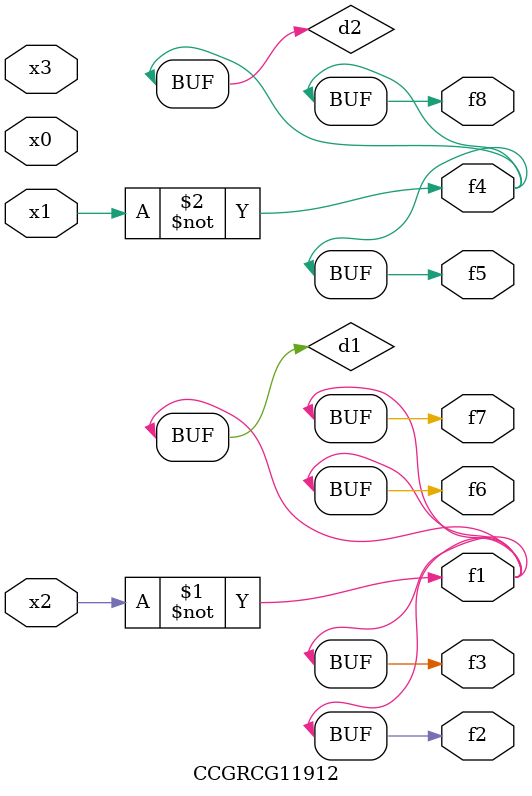
<source format=v>
module CCGRCG11912(
	input x0, x1, x2, x3,
	output f1, f2, f3, f4, f5, f6, f7, f8
);

	wire d1, d2;

	xnor (d1, x2);
	not (d2, x1);
	assign f1 = d1;
	assign f2 = d1;
	assign f3 = d1;
	assign f4 = d2;
	assign f5 = d2;
	assign f6 = d1;
	assign f7 = d1;
	assign f8 = d2;
endmodule

</source>
